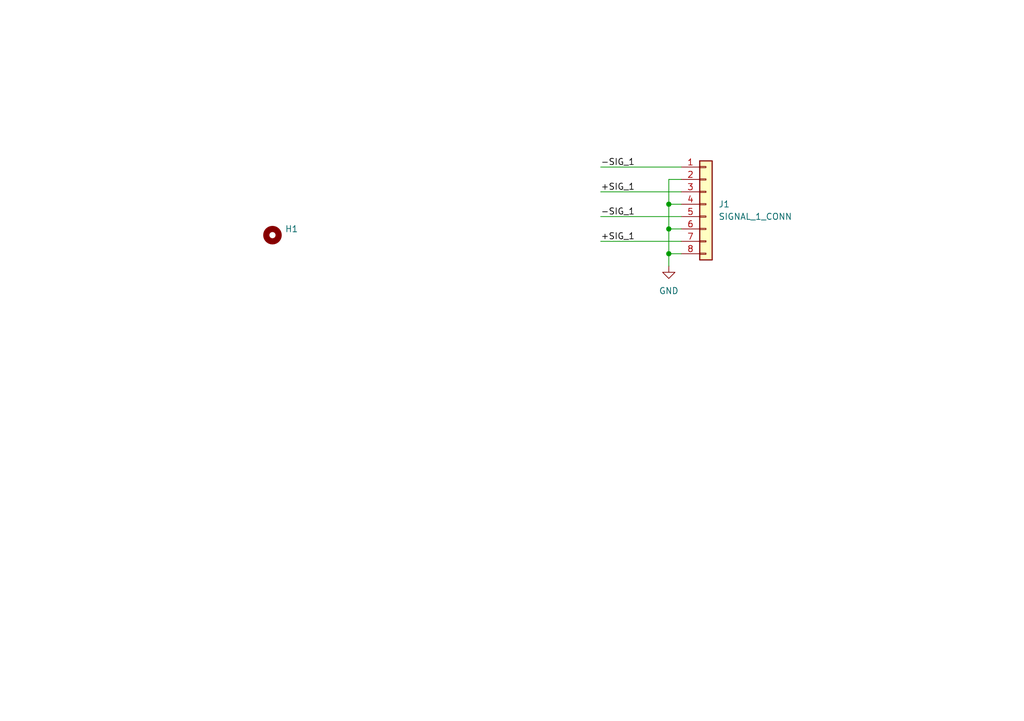
<source format=kicad_sch>
(kicad_sch (version 20250114) (generator "eeschema") (generator_version "9.0")
  (paper "A5")
  (title_block (title "detpan1_F") (date "2025-07-28") (rev "A") (company "TamperSec") (comment 1 "Justin Newkirk"))
  (lib_symbols
    (symbol "Connector_Generic:Conn_01x08" (pin_names (offset 1.016) (hide yes))
      (property "Reference" "J" (at 0 10.16 0))
      (property "Value" "Conn_01x08" (at 0 -12.7 0))
      (symbol "Conn_01x08_1_1"
        (rectangle (start -1.27 8.89) (end 1.27 -11.43) (stroke (width 0.254)) (fill (type background)))
        (rectangle (start -1.27 7.747) (end 0 7.493) (stroke (width 0.1524)))
        (rectangle (start -1.27 5.207) (end 0 4.953) (stroke (width 0.1524)))
        (rectangle (start -1.27 2.667) (end 0 2.413) (stroke (width 0.1524)))
        (rectangle (start -1.27 0.127) (end 0 -0.127) (stroke (width 0.1524)))
        (rectangle (start -1.27 -2.413) (end 0 -2.667) (stroke (width 0.1524)))
        (rectangle (start -1.27 -4.953) (end 0 -5.207) (stroke (width 0.1524)))
        (rectangle (start -1.27 -7.493) (end 0 -7.747) (stroke (width 0.1524)))
        (rectangle (start -1.27 -10.033) (end 0 -10.287) (stroke (width 0.1524)))
        (pin passive line (at -5.08 7.62 0) (length 3.81) (name "Pin_1") (number "1"))
        (pin passive line (at -5.08 5.08 0) (length 3.81) (name "Pin_2") (number "2"))
        (pin passive line (at -5.08 2.54 0) (length 3.81) (name "Pin_3") (number "3"))
        (pin passive line (at -5.08 0 0) (length 3.81) (name "Pin_4") (number "4"))
        (pin passive line (at -5.08 -2.54 0) (length 3.81) (name "Pin_5") (number "5"))
        (pin passive line (at -5.08 -5.08 0) (length 3.81) (name "Pin_6") (number "6"))
        (pin passive line (at -5.08 -7.62 0) (length 3.81) (name "Pin_7") (number "7"))
        (pin passive line (at -5.08 -10.16 0) (length 3.81) (name "Pin_8") (number "8"))
      )
    )
    (symbol "Mechanical:MountingHole" (pin_names (offset 1.016)) (in_bom no)
      (property "Reference" "H" (at 0 5.08 0))
      (property "Value" "MountingHole" (at 0 3.175 0))
      (symbol "MountingHole_0_1"
        (circle (center 0 0) (radius 1.27) (stroke (width 1.27)))
      )
    )
    (symbol "power:GND" (power) (pin_numbers (hide yes)) (pin_names (offset 0) (hide yes))
      (property "Value" "GND" (at 0 -3.81 0))
      (symbol "GND_0_1"
        (polyline (pts (xy 0 0) (xy 0 -1.27) (xy 1.27 -1.27) (xy 0 -2.54) (xy -1.27 -1.27) (xy 0 -1.27)))
      )
      (symbol "GND_1_1"
        (pin power_in line (at 0 0 270) (length 0) (name "~") (number "1"))
      )
    )
  )
  (junction (at 137.16 41.91))
  (junction (at 137.16 52.07))
  (junction (at 137.16 46.99))
  (wire (pts (xy 137.16 36.83) (xy 137.16 41.91)))
  (wire (pts (xy 137.16 46.99) (xy 137.16 52.07)))
  (wire (pts (xy 123.19 39.37) (xy 139.7 39.37)))
  (wire (pts (xy 123.19 44.45) (xy 139.7 44.45)))
  (wire (pts (xy 137.16 52.07) (xy 137.16 54.61)))
  (wire (pts (xy 137.16 41.91) (xy 137.16 46.99)))
  (wire (pts (xy 137.16 46.99) (xy 139.7 46.99)))
  (wire (pts (xy 139.7 36.83) (xy 137.16 36.83)))
  (wire (pts (xy 137.16 41.91) (xy 139.7 41.91)))
  (wire (pts (xy 123.19 34.29) (xy 139.7 34.29)))
  (wire (pts (xy 137.16 52.07) (xy 139.7 52.07)))
  (wire (pts (xy 123.19 49.53) (xy 139.7 49.53)))
  (label "-SIG_1" (at 123.19 44.45 0))
  (label "+SIG_1" (at 123.19 39.37 0))
  (label "-SIG_1" (at 123.19 34.29 0))
  (label "+SIG_1" (at 123.19 49.53 0))
  (symbol (lib_id "Mechanical:MountingHole") (at 55.88 48.26 0) (unit 1) (in_bom no)
    (property "Reference" "H1" (at 58.42 46.9899 0) (effects (justify left)))
    (property "Footprint" "MountingHole:MountingHole_3.2mm_M3" (effects (hide yes)))
    (property "Description" "Mounting Hole without connection" (effects (hide yes)))
  )
  (symbol (lib_id "power:GND") (at 137.16 54.61 0) (unit 1)
    (property "Reference" "#PWR01" (effects (hide yes)))
    (property "Value" "GND" (at 137.16 59.69 0))
    (property "Description" "Power symbol creates a global label with name \"GND\" , ground" (effects (hide yes)))
  )
  (symbol (lib_id "Connector_Generic:Conn_01x08") (at 144.78 41.91 0) (unit 1)
    (property "Reference" "J1" (at 147.32 41.9099 0) (effects (justify left)))
    (property "Value" "SIGNAL_1_CONN" (at 147.32 44.4499 0) (effects (justify left)))
    (property "Footprint" "Connector_JST:JST_GH_BM08B-GHS-TBT_1x08-1MP_P1.25mm_Vertical" (effects (hide yes)))
    (property "Description" "Generic connector, single row, 01x08, script generated (kicad-library-utils/schlib/autogen/connector/)" (effects (hide yes)))
  )
)
</source>
